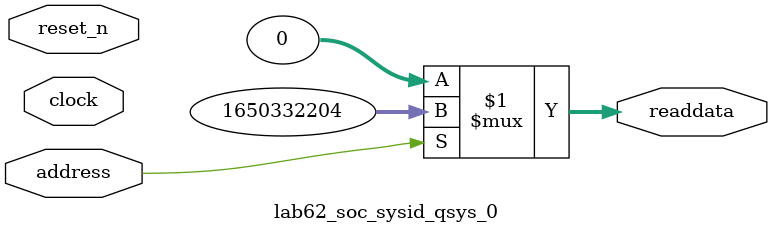
<source format=v>



// synthesis translate_off
`timescale 1ns / 1ps
// synthesis translate_on

// turn off superfluous verilog processor warnings 
// altera message_level Level1 
// altera message_off 10034 10035 10036 10037 10230 10240 10030 

module lab62_soc_sysid_qsys_0 (
               // inputs:
                address,
                clock,
                reset_n,

               // outputs:
                readdata
             )
;

  output  [ 31: 0] readdata;
  input            address;
  input            clock;
  input            reset_n;

  wire    [ 31: 0] readdata;
  //control_slave, which is an e_avalon_slave
  assign readdata = address ? 1650332204 : 0;

endmodule



</source>
